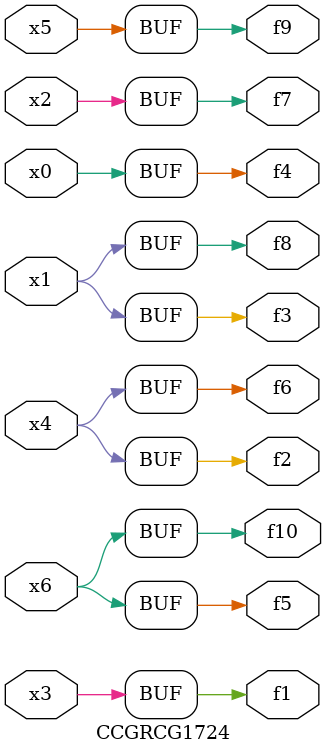
<source format=v>
module CCGRCG1724(
	input x0, x1, x2, x3, x4, x5, x6,
	output f1, f2, f3, f4, f5, f6, f7, f8, f9, f10
);
	assign f1 = x3;
	assign f2 = x4;
	assign f3 = x1;
	assign f4 = x0;
	assign f5 = x6;
	assign f6 = x4;
	assign f7 = x2;
	assign f8 = x1;
	assign f9 = x5;
	assign f10 = x6;
endmodule

</source>
